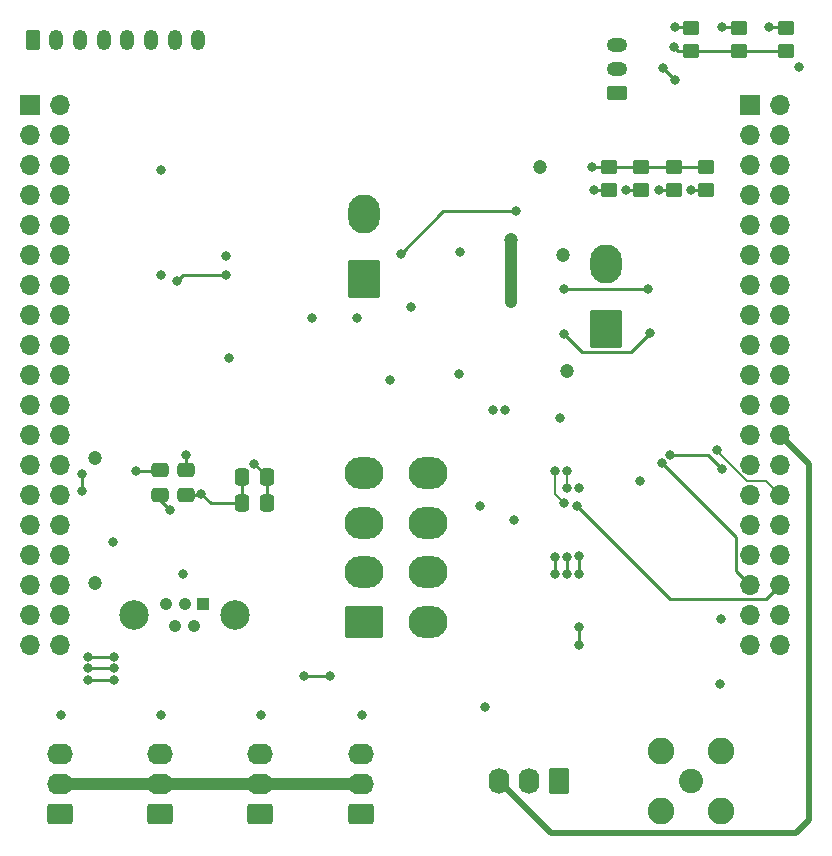
<source format=gbl>
%TF.GenerationSoftware,KiCad,Pcbnew,8.0.0*%
%TF.CreationDate,2024-03-16T12:32:21-04:00*%
%TF.ProjectId,AMP_PCBv3,414d505f-5043-4427-9633-2e6b69636164,A*%
%TF.SameCoordinates,Original*%
%TF.FileFunction,Copper,L4,Bot*%
%TF.FilePolarity,Positive*%
%FSLAX46Y46*%
G04 Gerber Fmt 4.6, Leading zero omitted, Abs format (unit mm)*
G04 Created by KiCad (PCBNEW 8.0.0) date 2024-03-16 12:32:21*
%MOMM*%
%LPD*%
G01*
G04 APERTURE LIST*
G04 Aperture macros list*
%AMRoundRect*
0 Rectangle with rounded corners*
0 $1 Rounding radius*
0 $2 $3 $4 $5 $6 $7 $8 $9 X,Y pos of 4 corners*
0 Add a 4 corners polygon primitive as box body*
4,1,4,$2,$3,$4,$5,$6,$7,$8,$9,$2,$3,0*
0 Add four circle primitives for the rounded corners*
1,1,$1+$1,$2,$3*
1,1,$1+$1,$4,$5*
1,1,$1+$1,$6,$7*
1,1,$1+$1,$8,$9*
0 Add four rect primitives between the rounded corners*
20,1,$1+$1,$2,$3,$4,$5,0*
20,1,$1+$1,$4,$5,$6,$7,0*
20,1,$1+$1,$6,$7,$8,$9,0*
20,1,$1+$1,$8,$9,$2,$3,0*%
G04 Aperture macros list end*
%TA.AperFunction,ComponentPad*%
%ADD10R,1.050000X1.050000*%
%TD*%
%TA.AperFunction,ComponentPad*%
%ADD11C,1.050000*%
%TD*%
%TA.AperFunction,ComponentPad*%
%ADD12C,2.500000*%
%TD*%
%TA.AperFunction,ComponentPad*%
%ADD13RoundRect,0.250001X1.099999X1.399999X-1.099999X1.399999X-1.099999X-1.399999X1.099999X-1.399999X0*%
%TD*%
%TA.AperFunction,ComponentPad*%
%ADD14O,2.700000X3.300000*%
%TD*%
%TA.AperFunction,ComponentPad*%
%ADD15RoundRect,0.250000X-0.350000X-0.625000X0.350000X-0.625000X0.350000X0.625000X-0.350000X0.625000X0*%
%TD*%
%TA.AperFunction,ComponentPad*%
%ADD16O,1.200000X1.750000*%
%TD*%
%TA.AperFunction,ComponentPad*%
%ADD17R,1.700000X1.700000*%
%TD*%
%TA.AperFunction,ComponentPad*%
%ADD18O,1.700000X1.700000*%
%TD*%
%TA.AperFunction,ComponentPad*%
%ADD19RoundRect,0.250000X0.845000X-0.620000X0.845000X0.620000X-0.845000X0.620000X-0.845000X-0.620000X0*%
%TD*%
%TA.AperFunction,ComponentPad*%
%ADD20O,2.190000X1.740000*%
%TD*%
%TA.AperFunction,ComponentPad*%
%ADD21C,2.050000*%
%TD*%
%TA.AperFunction,ComponentPad*%
%ADD22C,2.250000*%
%TD*%
%TA.AperFunction,ComponentPad*%
%ADD23RoundRect,0.250000X0.625000X-0.350000X0.625000X0.350000X-0.625000X0.350000X-0.625000X-0.350000X0*%
%TD*%
%TA.AperFunction,ComponentPad*%
%ADD24O,1.750000X1.200000*%
%TD*%
%TA.AperFunction,ComponentPad*%
%ADD25RoundRect,0.250000X0.620000X0.845000X-0.620000X0.845000X-0.620000X-0.845000X0.620000X-0.845000X0*%
%TD*%
%TA.AperFunction,ComponentPad*%
%ADD26O,1.740000X2.190000*%
%TD*%
%TA.AperFunction,ComponentPad*%
%ADD27RoundRect,0.250001X1.399999X-1.099999X1.399999X1.099999X-1.399999X1.099999X-1.399999X-1.099999X0*%
%TD*%
%TA.AperFunction,ComponentPad*%
%ADD28O,3.300000X2.700000*%
%TD*%
%TA.AperFunction,SMDPad,CuDef*%
%ADD29RoundRect,0.250000X0.475000X-0.337500X0.475000X0.337500X-0.475000X0.337500X-0.475000X-0.337500X0*%
%TD*%
%TA.AperFunction,SMDPad,CuDef*%
%ADD30RoundRect,0.250000X-0.337500X-0.475000X0.337500X-0.475000X0.337500X0.475000X-0.337500X0.475000X0*%
%TD*%
%TA.AperFunction,SMDPad,CuDef*%
%ADD31RoundRect,0.250000X0.450000X-0.350000X0.450000X0.350000X-0.450000X0.350000X-0.450000X-0.350000X0*%
%TD*%
%TA.AperFunction,SMDPad,CuDef*%
%ADD32RoundRect,0.250000X-0.450000X0.350000X-0.450000X-0.350000X0.450000X-0.350000X0.450000X0.350000X0*%
%TD*%
%TA.AperFunction,SMDPad,CuDef*%
%ADD33RoundRect,0.250000X-0.475000X0.337500X-0.475000X-0.337500X0.475000X-0.337500X0.475000X0.337500X0*%
%TD*%
%TA.AperFunction,ViaPad*%
%ADD34C,0.800000*%
%TD*%
%TA.AperFunction,ViaPad*%
%ADD35C,1.200000*%
%TD*%
%TA.AperFunction,Conductor*%
%ADD36C,0.250000*%
%TD*%
%TA.AperFunction,Conductor*%
%ADD37C,0.200000*%
%TD*%
%TA.AperFunction,Conductor*%
%ADD38C,1.000000*%
%TD*%
%TA.AperFunction,Conductor*%
%ADD39C,0.500000*%
%TD*%
G04 APERTURE END LIST*
D10*
%TO.P,J2,1,VBUS*%
%TO.N,/Jetson USB/VBUS*%
X126700000Y-118500000D03*
D11*
%TO.P,J2,2,D-*%
%TO.N,/Jetson USB/D+*%
X125900000Y-120400000D03*
%TO.P,J2,3,D+*%
%TO.N,/Jetson USB/D-*%
X125100000Y-118500000D03*
%TO.P,J2,4,ID*%
%TO.N,unconnected-(J2-ID-Pad4)*%
X124300000Y-120400000D03*
%TO.P,J2,5,GND*%
%TO.N,GND*%
X123500000Y-118500000D03*
D12*
%TO.P,J2,6,Shield*%
X129350000Y-119440000D03*
X120850000Y-119440000D03*
%TD*%
D13*
%TO.P,J1,1,Pin_1*%
%TO.N,GND*%
X140250000Y-91000000D03*
D14*
%TO.P,J1,2,Pin_2*%
%TO.N,+12V*%
X140250000Y-85500000D03*
%TD*%
D15*
%TO.P,J5,1,Pin_1*%
%TO.N,/VESC_5V*%
X112250000Y-70750000D03*
D16*
%TO.P,J5,2,Pin_2*%
%TO.N,/VESC_VCC*%
X114250000Y-70750000D03*
%TO.P,J5,3,Pin_3*%
%TO.N,GND*%
X116250000Y-70750000D03*
%TO.P,J5,4,Pin_4*%
%TO.N,/VESC_ADC1*%
X118250000Y-70750000D03*
%TO.P,J5,5,Pin_5*%
%TO.N,/PC12*%
X120250000Y-70750000D03*
%TO.P,J5,6,Pin_6*%
%TO.N,/PD2*%
X122250000Y-70750000D03*
%TO.P,J5,7,Pin_7*%
%TO.N,/VESC_ADC2*%
X124250000Y-70750000D03*
%TO.P,J5,8,Pin_8*%
%TO.N,/VESC_ADC3*%
X126250000Y-70750000D03*
%TD*%
D13*
%TO.P,M1,1,+*%
%TO.N,Net-(M1-+)*%
X160750000Y-95250000D03*
D14*
%TO.P,M1,2,-*%
%TO.N,Net-(M1--)*%
X160750000Y-89750000D03*
%TD*%
D17*
%TO.P,CN10,1,Pin_1*%
%TO.N,/PC9*%
X172960000Y-76280000D03*
D18*
%TO.P,CN10,2,Pin_2*%
%TO.N,/PC8*%
X175500000Y-76280000D03*
%TO.P,CN10,3,Pin_3*%
%TO.N,/PB8*%
X172960000Y-78820000D03*
%TO.P,CN10,4,Pin_4*%
%TO.N,/PC6*%
X175500000Y-78820000D03*
%TO.P,CN10,5,Pin_5*%
%TO.N,/PB9*%
X172960000Y-81360000D03*
%TO.P,CN10,6,Pin_6*%
%TO.N,/BRAKE_ENB*%
X175500000Y-81360000D03*
%TO.P,CN10,7,Pin_7*%
%TO.N,/AVDD*%
X172960000Y-83900000D03*
%TO.P,CN10,8,Pin_8*%
%TO.N,/U5V*%
X175500000Y-83900000D03*
%TO.P,CN10,9,Pin_9*%
%TO.N,GND*%
X172960000Y-86440000D03*
%TO.P,CN10,10,Pin_10*%
%TO.N,unconnected-(CN10-Pin_10-Pad10)*%
X175500000Y-86440000D03*
%TO.P,CN10,11,Pin_11*%
%TO.N,/PA5*%
X172960000Y-88980000D03*
%TO.P,CN10,12,Pin_12*%
%TO.N,/PA12*%
X175500000Y-88980000D03*
%TO.P,CN10,13,Pin_13*%
%TO.N,/BRAKE_INB*%
X172960000Y-91520000D03*
%TO.P,CN10,14,Pin_14*%
%TO.N,/PA11*%
X175500000Y-91520000D03*
%TO.P,CN10,15,Pin_15*%
%TO.N,/BRAKE_INA*%
X172960000Y-94060000D03*
%TO.P,CN10,16,Pin_16*%
%TO.N,/BRAKE_ENA*%
X175500000Y-94060000D03*
%TO.P,CN10,17,Pin_17*%
%TO.N,/PB6*%
X172960000Y-96600000D03*
%TO.P,CN10,18,Pin_18*%
%TO.N,unconnected-(CN10-Pin_18-Pad18)*%
X175500000Y-96600000D03*
%TO.P,CN10,19,Pin_19*%
%TO.N,/BRAKE_CS*%
X172960000Y-99140000D03*
%TO.P,CN10,20,Pin_20*%
%TO.N,GND*%
X175500000Y-99140000D03*
%TO.P,CN10,21,Pin_21*%
%TO.N,/PA9*%
X172960000Y-101680000D03*
%TO.P,CN10,22,Pin_22*%
%TO.N,/PB2*%
X175500000Y-101680000D03*
%TO.P,CN10,23,Pin_23*%
%TO.N,/PA8*%
X172960000Y-104220000D03*
%TO.P,CN10,24,Pin_24*%
%TO.N,/LED_SIG*%
X175500000Y-104220000D03*
%TO.P,CN10,25,Pin_25*%
%TO.N,/PB10*%
X172960000Y-106760000D03*
%TO.P,CN10,26,Pin_26*%
%TO.N,/PB15*%
X175500000Y-106760000D03*
%TO.P,CN10,27,Pin_27*%
%TO.N,/PB4*%
X172960000Y-109300000D03*
%TO.P,CN10,28,Pin_28*%
%TO.N,/PB14*%
X175500000Y-109300000D03*
%TO.P,CN10,29,Pin_29*%
%TO.N,/PB5*%
X172960000Y-111840000D03*
%TO.P,CN10,30,Pin_30*%
%TO.N,/PB13*%
X175500000Y-111840000D03*
%TO.P,CN10,31,Pin_31*%
%TO.N,/PB3*%
X172960000Y-114380000D03*
%TO.P,CN10,32,Pin_32*%
%TO.N,/AGND*%
X175500000Y-114380000D03*
%TO.P,CN10,33,Pin_33*%
%TO.N,/IMU_CS*%
X172960000Y-116920000D03*
%TO.P,CN10,34,Pin_34*%
%TO.N,/IMU_INT1*%
X175500000Y-116920000D03*
%TO.P,CN10,35,Pin_35*%
%TO.N,/PA2*%
X172960000Y-119460000D03*
%TO.P,CN10,36,Pin_36*%
%TO.N,unconnected-(CN10-Pin_36-Pad36)*%
X175500000Y-119460000D03*
%TO.P,CN10,37,Pin_37*%
%TO.N,/PA3*%
X172960000Y-122000000D03*
%TO.P,CN10,38,Pin_38*%
%TO.N,unconnected-(CN10-Pin_38-Pad38)*%
X175500000Y-122000000D03*
%TD*%
D19*
%TO.P,M2,1,-*%
%TO.N,Net-(D10-A)*%
X114520000Y-136290000D03*
D20*
%TO.P,M2,2,+*%
%TO.N,+12V*%
X114520000Y-133750000D03*
%TO.P,M2,3,Tach*%
%TO.N,unconnected-(M2-Tach-Pad3)*%
X114520000Y-131210000D03*
%TD*%
D21*
%TO.P,AE1,1,A*%
%TO.N,Net-(AE1-A)*%
X168000000Y-133500000D03*
D22*
%TO.P,AE1,2,Shield*%
%TO.N,GND*%
X170540000Y-130960000D03*
X165460000Y-130960000D03*
X170540000Y-136040000D03*
X165460000Y-136040000D03*
%TD*%
D17*
%TO.P,CN7,1,Pin_1*%
%TO.N,/PC10*%
X112000000Y-76280000D03*
D18*
%TO.P,CN7,2,Pin_2*%
%TO.N,/PC11*%
X114540000Y-76280000D03*
%TO.P,CN7,3,Pin_3*%
%TO.N,/PC12*%
X112000000Y-78820000D03*
%TO.P,CN7,4,Pin_4*%
%TO.N,/PD2*%
X114540000Y-78820000D03*
%TO.P,CN7,5,Pin_5*%
%TO.N,/VDD*%
X112000000Y-81360000D03*
%TO.P,CN7,6,Pin_6*%
%TO.N,/E5V*%
X114540000Y-81360000D03*
%TO.P,CN7,7,Pin_7*%
%TO.N,/BOOT0*%
X112000000Y-83900000D03*
%TO.P,CN7,8,Pin_8*%
%TO.N,GND*%
X114540000Y-83900000D03*
%TO.P,CN7,9,Pin_9*%
%TO.N,unconnected-(CN7-Pin_9-Pad9)*%
X112000000Y-86440000D03*
%TO.P,CN7,10,Pin_10*%
%TO.N,unconnected-(CN7-Pin_10-Pad10)*%
X114540000Y-86440000D03*
%TO.P,CN7,11,Pin_11*%
%TO.N,unconnected-(CN7-Pin_11-Pad11)*%
X112000000Y-88980000D03*
%TO.P,CN7,12,Pin_12*%
%TO.N,/IOREF*%
X114540000Y-88980000D03*
%TO.P,CN7,13,Pin_13*%
%TO.N,/PA13*%
X112000000Y-91520000D03*
%TO.P,CN7,14,Pin_14*%
%TO.N,/RST*%
X114540000Y-91520000D03*
%TO.P,CN7,15,Pin_15*%
%TO.N,/PA14*%
X112000000Y-94060000D03*
%TO.P,CN7,16,Pin_16*%
%TO.N,+3V3*%
X114540000Y-94060000D03*
%TO.P,CN7,17,Pin_17*%
%TO.N,/PA15*%
X112000000Y-96600000D03*
%TO.P,CN7,18,Pin_18*%
%TO.N,+5V*%
X114540000Y-96600000D03*
%TO.P,CN7,19,Pin_19*%
%TO.N,GND*%
X112000000Y-99140000D03*
%TO.P,CN7,20,Pin_20*%
X114540000Y-99140000D03*
%TO.P,CN7,21,Pin_21*%
%TO.N,/PB7*%
X112000000Y-101680000D03*
%TO.P,CN7,22,Pin_22*%
%TO.N,GND*%
X114540000Y-101680000D03*
%TO.P,CN7,23,Pin_23*%
%TO.N,/PC13*%
X112000000Y-104220000D03*
%TO.P,CN7,24,Pin_24*%
%TO.N,/VIN*%
X114540000Y-104220000D03*
%TO.P,CN7,25,Pin_25*%
%TO.N,/PC14*%
X112000000Y-106760000D03*
%TO.P,CN7,26,Pin_26*%
%TO.N,unconnected-(CN7-Pin_26-Pad26)*%
X114540000Y-106760000D03*
%TO.P,CN7,27,Pin_27*%
%TO.N,/PC15*%
X112000000Y-109300000D03*
%TO.P,CN7,28,Pin_28*%
%TO.N,/PA0*%
X114540000Y-109300000D03*
%TO.P,CN7,29,Pin_29*%
%TO.N,/PH0*%
X112000000Y-111840000D03*
%TO.P,CN7,30,Pin_30*%
%TO.N,/PA1*%
X114540000Y-111840000D03*
%TO.P,CN7,31,Pin_31*%
%TO.N,/PH1*%
X112000000Y-114380000D03*
%TO.P,CN7,32,Pin_32*%
%TO.N,/PA4*%
X114540000Y-114380000D03*
%TO.P,CN7,33,Pin_33*%
%TO.N,/VBAT*%
X112000000Y-116920000D03*
%TO.P,CN7,34,Pin_34*%
%TO.N,/PB0*%
X114540000Y-116920000D03*
%TO.P,CN7,35,Pin_35*%
%TO.N,/PC2*%
X112000000Y-119460000D03*
%TO.P,CN7,36,Pin_36*%
%TO.N,/PC1*%
X114540000Y-119460000D03*
%TO.P,CN7,37,Pin_37*%
%TO.N,/PC3*%
X112000000Y-122000000D03*
%TO.P,CN7,38,Pin_38*%
%TO.N,/PC0*%
X114540000Y-122000000D03*
%TD*%
D19*
%TO.P,M4,1,-*%
%TO.N,Net-(D12-A)*%
X131520000Y-136290000D03*
D20*
%TO.P,M4,2,+*%
%TO.N,+12V*%
X131520000Y-133750000D03*
%TO.P,M4,3,Tach*%
%TO.N,unconnected-(M4-Tach-Pad3)*%
X131520000Y-131210000D03*
%TD*%
D23*
%TO.P,J4,1,Pin_1*%
%TO.N,GND*%
X161750000Y-75250000D03*
D24*
%TO.P,J4,2,Pin_2*%
%TO.N,/VESC_5V*%
X161750000Y-73250000D03*
%TO.P,J4,3,Pin_3*%
%TO.N,/PC9*%
X161750000Y-71250000D03*
%TD*%
D19*
%TO.P,M5,1,-*%
%TO.N,Net-(D13-A)*%
X140040000Y-136290000D03*
D20*
%TO.P,M5,2,+*%
%TO.N,+12V*%
X140040000Y-133750000D03*
%TO.P,M5,3,Tach*%
%TO.N,unconnected-(M5-Tach-Pad3)*%
X140040000Y-131210000D03*
%TD*%
D19*
%TO.P,M3,1,-*%
%TO.N,Net-(D11-A)*%
X123040000Y-136290000D03*
D20*
%TO.P,M3,2,+*%
%TO.N,+12V*%
X123040000Y-133750000D03*
%TO.P,M3,3,Tach*%
%TO.N,unconnected-(M3-Tach-Pad3)*%
X123040000Y-131210000D03*
%TD*%
D25*
%TO.P,J3,1,Pin_1*%
%TO.N,GND*%
X156790000Y-133500000D03*
D26*
%TO.P,J3,2,Pin_2*%
%TO.N,+5V*%
X154250000Y-133500000D03*
%TO.P,J3,3,Pin_3*%
%TO.N,/LED_SIG*%
X151710000Y-133500000D03*
%TD*%
D27*
%TO.P,J6,1,Pin_1*%
%TO.N,GND*%
X140250000Y-120050000D03*
D28*
%TO.P,J6,2,Pin_2*%
%TO.N,/PA9*%
X140250000Y-115850000D03*
%TO.P,J6,3,Pin_3*%
%TO.N,/PB2*%
X140250000Y-111650000D03*
%TO.P,J6,4,Pin_4*%
%TO.N,+12V*%
X140250000Y-107450000D03*
%TO.P,J6,5,Pin_5*%
%TO.N,GND*%
X145750000Y-120050000D03*
%TO.P,J6,6,Pin_6*%
X145750000Y-115850000D03*
%TO.P,J6,7,Pin_7*%
X145750000Y-111650000D03*
%TO.P,J6,8,Pin_8*%
X145750000Y-107450000D03*
%TD*%
D29*
%TO.P,C21,1*%
%TO.N,+3V3*%
X125250000Y-109287500D03*
%TO.P,C21,2*%
%TO.N,GND*%
X125250000Y-107212500D03*
%TD*%
D30*
%TO.P,C22,1*%
%TO.N,+3V3*%
X129962500Y-110000000D03*
%TO.P,C22,2*%
%TO.N,GND*%
X132037500Y-110000000D03*
%TD*%
D31*
%TO.P,R9,1*%
%TO.N,Net-(D2-K)*%
X163750000Y-83500000D03*
%TO.P,R9,2*%
%TO.N,GND*%
X163750000Y-81500000D03*
%TD*%
D32*
%TO.P,R2,1*%
%TO.N,Net-(D6-K)*%
X172000000Y-69750000D03*
%TO.P,R2,2*%
%TO.N,GND*%
X172000000Y-71750000D03*
%TD*%
D31*
%TO.P,R10,1*%
%TO.N,Net-(D3-K)*%
X166500000Y-83500000D03*
%TO.P,R10,2*%
%TO.N,GND*%
X166500000Y-81500000D03*
%TD*%
%TO.P,R11,1*%
%TO.N,Net-(D4-K)*%
X169250000Y-83500000D03*
%TO.P,R11,2*%
%TO.N,GND*%
X169250000Y-81500000D03*
%TD*%
D32*
%TO.P,R1,1*%
%TO.N,Net-(D5-K)*%
X168000000Y-69750000D03*
%TO.P,R1,2*%
%TO.N,GND*%
X168000000Y-71750000D03*
%TD*%
D30*
%TO.P,C24,1*%
%TO.N,+3V3*%
X129962500Y-107750000D03*
%TO.P,C24,2*%
%TO.N,GND*%
X132037500Y-107750000D03*
%TD*%
D31*
%TO.P,R8,1*%
%TO.N,Net-(D1-K)*%
X161000000Y-83500000D03*
%TO.P,R8,2*%
%TO.N,GND*%
X161000000Y-81500000D03*
%TD*%
D33*
%TO.P,C23,1*%
%TO.N,+3V3*%
X123000000Y-107212500D03*
%TO.P,C23,2*%
%TO.N,GND*%
X123000000Y-109287500D03*
%TD*%
D32*
%TO.P,R3,1*%
%TO.N,Net-(D7-K)*%
X176000000Y-69750000D03*
%TO.P,R3,2*%
%TO.N,GND*%
X176000000Y-71750000D03*
%TD*%
D34*
%TO.N,GND*%
X125000000Y-116000000D03*
X163700000Y-108100000D03*
X131000000Y-106700000D03*
X128600000Y-89100000D03*
X152200000Y-102100000D03*
X131600000Y-127900000D03*
X123102603Y-90702603D03*
X139700000Y-94300000D03*
X140100000Y-127900000D03*
X170400000Y-125300000D03*
X144300000Y-93400000D03*
D35*
X155200000Y-81500000D03*
D34*
X123100000Y-81800000D03*
X142500000Y-99600000D03*
X125200000Y-105900000D03*
X150100000Y-110200000D03*
X114600000Y-127900000D03*
X158500000Y-108700000D03*
X156900000Y-102800000D03*
X135900000Y-94300000D03*
X123900000Y-110600000D03*
X153000000Y-111400000D03*
D35*
X157500000Y-98800000D03*
D34*
X128900000Y-97700000D03*
X166500000Y-71400000D03*
D35*
X157100000Y-89000000D03*
D34*
X123100000Y-127900000D03*
X159600000Y-81500000D03*
X150500000Y-127300000D03*
%TO.N,+3V3*%
X170500000Y-119800000D03*
X177100000Y-73100000D03*
X126500000Y-109200000D03*
X148400000Y-88700000D03*
X119000000Y-113300000D03*
X151200000Y-102100000D03*
X121000000Y-107300000D03*
X148300000Y-99100000D03*
D35*
%TO.N,+5V*%
X117500000Y-106200000D03*
X117500000Y-116800000D03*
D34*
%TO.N,/PA1*%
X116400000Y-109000000D03*
X116400000Y-107550000D03*
%TO.N,/PC1*%
X137420000Y-124600000D03*
X135220000Y-124600000D03*
X116900000Y-122999994D03*
X119100000Y-123000000D03*
%TO.N,/PC3*%
X116900000Y-125000000D03*
X119100000Y-125000000D03*
%TO.N,/PC0*%
X119100000Y-123999997D03*
X116900000Y-123999997D03*
%TO.N,/PC9*%
X166650153Y-74150153D03*
X165624847Y-73124847D03*
%TO.N,/PB10*%
X166207109Y-105892891D03*
X170625153Y-107125153D03*
X157500383Y-114525000D03*
X157499997Y-115975000D03*
%TO.N,/PB15*%
X157500000Y-108687500D03*
X156475482Y-115974209D03*
X157454690Y-107287500D03*
X156500380Y-114525000D03*
%TO.N,/PB4*%
X158500000Y-115975000D03*
X158500000Y-120525000D03*
X158500000Y-114500000D03*
X158500000Y-121975000D03*
%TO.N,/PB14*%
X170168281Y-105531413D03*
D35*
%TO.N,+12V*%
X152750000Y-87750000D03*
D34*
X152750000Y-93000000D03*
%TO.N,Net-(U1-FB)*%
X128600000Y-90725000D03*
X124500000Y-91200000D03*
%TO.N,Net-(D1-K)*%
X159800000Y-83500000D03*
%TO.N,Net-(D2-K)*%
X162500000Y-83500000D03*
%TO.N,Net-(D3-K)*%
X165300000Y-83500000D03*
%TO.N,Net-(D4-K)*%
X168000000Y-83500000D03*
%TO.N,Net-(D5-K)*%
X166600000Y-69700000D03*
%TO.N,Net-(D6-K)*%
X170600000Y-69700000D03*
%TO.N,Net-(D7-K)*%
X174600000Y-69700000D03*
%TO.N,Net-(U4-INA)*%
X157200000Y-95700000D03*
X164500000Y-95600000D03*
%TO.N,Net-(U4-INB)*%
X164300000Y-91900000D03*
X157200000Y-91900000D03*
%TO.N,+1V8*%
X156454687Y-107287500D03*
X157225380Y-110006403D03*
%TO.N,/BRAKE_ENB*%
X143400000Y-88900000D03*
X153200000Y-85300000D03*
%TO.N,/IMU_CS*%
X165500000Y-106600000D03*
%TO.N,/IMU_INT1*%
X158300000Y-110200000D03*
%TD*%
D36*
%TO.N,GND*%
X125200000Y-105900000D02*
X125200000Y-107162500D01*
X123000000Y-109700000D02*
X123900000Y-110600000D01*
X176000000Y-71750000D02*
X168000000Y-71750000D01*
X132037500Y-107737500D02*
X131000000Y-106700000D01*
X125200000Y-107162500D02*
X125250000Y-107212500D01*
X161000000Y-81500000D02*
X159600000Y-81500000D01*
X168000000Y-71750000D02*
X166850000Y-71750000D01*
X132037500Y-107750000D02*
X132037500Y-107737500D01*
X169250000Y-81500000D02*
X161000000Y-81500000D01*
X123000000Y-109287500D02*
X123000000Y-109700000D01*
X166850000Y-71750000D02*
X166500000Y-71400000D01*
X132037500Y-107750000D02*
X132037500Y-110000000D01*
%TO.N,+3V3*%
X122912500Y-107300000D02*
X123000000Y-107212500D01*
X126412500Y-109287500D02*
X126500000Y-109200000D01*
X129962500Y-110000000D02*
X127300000Y-110000000D01*
X127300000Y-110000000D02*
X126500000Y-109200000D01*
X121000000Y-107300000D02*
X122912500Y-107300000D01*
X129962500Y-107750000D02*
X129962500Y-110000000D01*
X125250000Y-109287500D02*
X126412500Y-109287500D01*
%TO.N,/PA1*%
X116400000Y-109000000D02*
X116400000Y-107550000D01*
%TO.N,/PC1*%
X116900000Y-122999994D02*
X119099994Y-122999994D01*
X135220000Y-124600000D02*
X137420000Y-124600000D01*
X119099994Y-122999994D02*
X119100000Y-123000000D01*
%TO.N,/PC3*%
X116900000Y-125000000D02*
X119100000Y-125000000D01*
%TO.N,/PC0*%
X116900000Y-123999997D02*
X119100000Y-123999997D01*
%TO.N,/PC9*%
X165624847Y-73124847D02*
X166650153Y-74150153D01*
%TO.N,/PB10*%
X170625153Y-107125153D02*
X169392891Y-105892891D01*
X157499997Y-114525386D02*
X157500383Y-114525000D01*
X157499997Y-115975000D02*
X157499997Y-114525386D01*
X169392891Y-105892891D02*
X166207109Y-105892891D01*
D37*
%TO.N,/PB15*%
X157454690Y-108642190D02*
X157500000Y-108687500D01*
D36*
X156475482Y-114549898D02*
X156500380Y-114525000D01*
X156475482Y-115974209D02*
X156475482Y-114549898D01*
D37*
X157454690Y-107287500D02*
X157454690Y-108642190D01*
D36*
%TO.N,/PB4*%
X158500000Y-120525000D02*
X158500000Y-121975000D01*
X158500000Y-114500000D02*
X158500000Y-115975000D01*
D37*
%TO.N,/PB14*%
X174350000Y-108150000D02*
X175500000Y-109300000D01*
X170168281Y-105531413D02*
X170168281Y-105594627D01*
X172723654Y-108150000D02*
X174350000Y-108150000D01*
X170168281Y-105594627D02*
X172723654Y-108150000D01*
D38*
%TO.N,+12V*%
X131520000Y-133750000D02*
X140040000Y-133750000D01*
X152750000Y-87750000D02*
X152750000Y-93000000D01*
X123040000Y-133750000D02*
X114520000Y-133750000D01*
X131520000Y-133750000D02*
X123040000Y-133750000D01*
D36*
%TO.N,Net-(U1-FB)*%
X128600000Y-90725000D02*
X124975000Y-90725000D01*
X124975000Y-90725000D02*
X124500000Y-91200000D01*
%TO.N,Net-(D1-K)*%
X159800000Y-83500000D02*
X161000000Y-83500000D01*
%TO.N,Net-(D2-K)*%
X162500000Y-83500000D02*
X163750000Y-83500000D01*
%TO.N,Net-(D3-K)*%
X165300000Y-83500000D02*
X166500000Y-83500000D01*
%TO.N,Net-(D4-K)*%
X168000000Y-83500000D02*
X169250000Y-83500000D01*
%TO.N,Net-(D5-K)*%
X167950000Y-69700000D02*
X168000000Y-69750000D01*
X166600000Y-69700000D02*
X167950000Y-69700000D01*
%TO.N,Net-(D6-K)*%
X170600000Y-69700000D02*
X171950000Y-69700000D01*
X171950000Y-69700000D02*
X172000000Y-69750000D01*
%TO.N,Net-(D7-K)*%
X175950000Y-69700000D02*
X176000000Y-69750000D01*
X174600000Y-69700000D02*
X175950000Y-69700000D01*
%TO.N,Net-(U4-INA)*%
X162875000Y-97225000D02*
X164500000Y-95600000D01*
X157200000Y-95700000D02*
X158725000Y-97225000D01*
X158725000Y-97225000D02*
X162875000Y-97225000D01*
%TO.N,Net-(U4-INB)*%
X157200000Y-91900000D02*
X164300000Y-91900000D01*
D37*
%TO.N,+1V8*%
X156454687Y-109235710D02*
X156454687Y-107287500D01*
X157225380Y-110006403D02*
X156454687Y-109235710D01*
D39*
%TO.N,/LED_SIG*%
X178000000Y-106720000D02*
X175500000Y-104220000D01*
X156110000Y-137900000D02*
X176900000Y-137900000D01*
X176900000Y-137900000D02*
X178000000Y-136800000D01*
X151710000Y-133500000D02*
X156110000Y-137900000D01*
X178000000Y-136800000D02*
X178000000Y-106720000D01*
D36*
%TO.N,/BRAKE_ENB*%
X147000000Y-85300000D02*
X153200000Y-85300000D01*
X143400000Y-88900000D02*
X147000000Y-85300000D01*
%TO.N,/IMU_CS*%
X171785000Y-112885000D02*
X165500000Y-106600000D01*
X171785000Y-115745000D02*
X171785000Y-112885000D01*
X172960000Y-116920000D02*
X171785000Y-115745000D01*
%TO.N,/IMU_INT1*%
X175500000Y-116920000D02*
X174325000Y-118095000D01*
X174325000Y-118095000D02*
X166195000Y-118095000D01*
X166195000Y-118095000D02*
X158300000Y-110200000D01*
%TD*%
M02*

</source>
